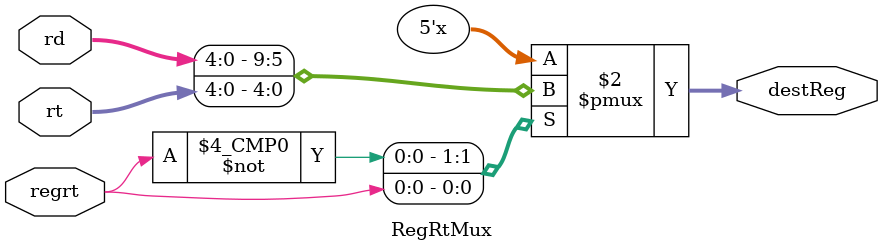
<source format=v>

module RegRtMux(
    input [4:0] rt, // bits 20:16 of dinstOut
    input [4:0] rd, // bits 15:11 of dinstOut
    input regrt,    // from control unit
    
    output reg [4:0] destReg
);

    always @(*)
    begin
        case (regrt)
            1'b0:
            begin
                destReg <= rd;
            end
            1'b1:
            begin
                destReg <= rt;
            end
        endcase
    end
endmodule

</source>
